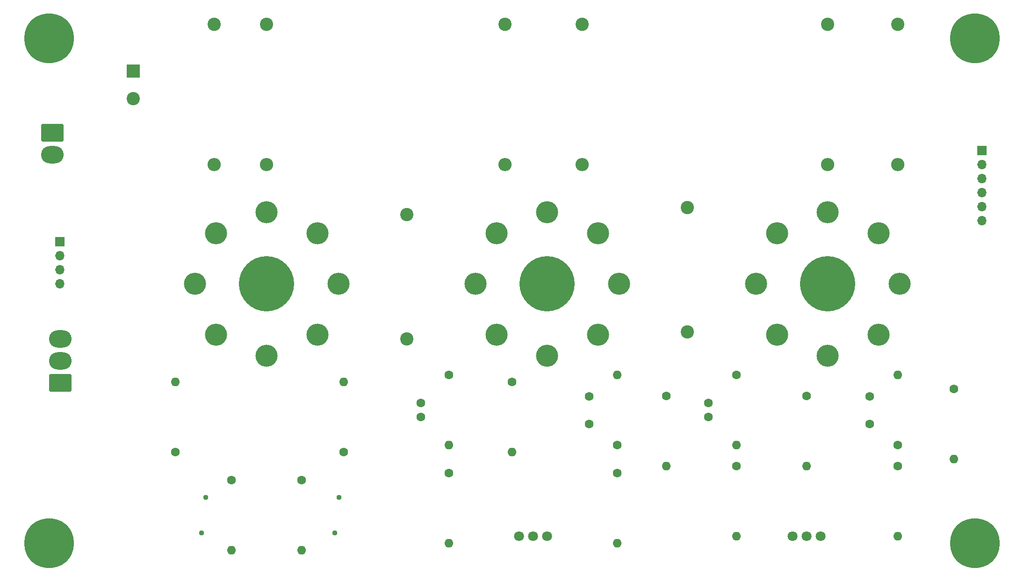
<source format=gbr>
%TF.GenerationSoftware,KiCad,Pcbnew,6.0.9-8da3e8f707~117~ubuntu22.04.1*%
%TF.CreationDate,2022-12-15T07:25:52-05:00*%
%TF.ProjectId,deflection_amp,6465666c-6563-4746-996f-6e5f616d702e,rev?*%
%TF.SameCoordinates,Original*%
%TF.FileFunction,Soldermask,Bot*%
%TF.FilePolarity,Negative*%
%FSLAX46Y46*%
G04 Gerber Fmt 4.6, Leading zero omitted, Abs format (unit mm)*
G04 Created by KiCad (PCBNEW 6.0.9-8da3e8f707~117~ubuntu22.04.1) date 2022-12-15 07:25:52*
%MOMM*%
%LPD*%
G01*
G04 APERTURE LIST*
G04 Aperture macros list*
%AMRoundRect*
0 Rectangle with rounded corners*
0 $1 Rounding radius*
0 $2 $3 $4 $5 $6 $7 $8 $9 X,Y pos of 4 corners*
0 Add a 4 corners polygon primitive as box body*
4,1,4,$2,$3,$4,$5,$6,$7,$8,$9,$2,$3,0*
0 Add four circle primitives for the rounded corners*
1,1,$1+$1,$2,$3*
1,1,$1+$1,$4,$5*
1,1,$1+$1,$6,$7*
1,1,$1+$1,$8,$9*
0 Add four rect primitives between the rounded corners*
20,1,$1+$1,$2,$3,$4,$5,0*
20,1,$1+$1,$4,$5,$6,$7,0*
20,1,$1+$1,$6,$7,$8,$9,0*
20,1,$1+$1,$8,$9,$2,$3,0*%
G04 Aperture macros list end*
%ADD10C,1.800000*%
%ADD11C,1.600000*%
%ADD12O,1.600000X1.600000*%
%ADD13RoundRect,0.250000X-1.800000X1.330000X-1.800000X-1.330000X1.800000X-1.330000X1.800000X1.330000X0*%
%ADD14O,4.100000X3.160000*%
%ADD15O,4.000000X4.000000*%
%ADD16C,10.000000*%
%ADD17C,2.400000*%
%ADD18O,2.400000X2.400000*%
%ADD19R,2.400000X2.400000*%
%ADD20C,0.940000*%
%ADD21C,9.000000*%
%ADD22R,1.700000X1.700000*%
%ADD23O,1.700000X1.700000*%
%ADD24RoundRect,0.250000X1.800000X-1.330000X1.800000X1.330000X-1.800000X1.330000X-1.800000X-1.330000X0*%
G04 APERTURE END LIST*
D10*
%TO.C,RV2*%
X184150000Y-139700000D03*
X186690000Y-139700000D03*
X189230000Y-139700000D03*
%TD*%
D11*
%TO.C,R22*%
X173990000Y-127000000D03*
D12*
X173990000Y-139700000D03*
%TD*%
D11*
%TO.C,R1*%
X102870000Y-124460000D03*
D12*
X102870000Y-111760000D03*
%TD*%
D13*
%TO.C,J1*%
X50060000Y-66600000D03*
D14*
X50060000Y-70560000D03*
%TD*%
D15*
%TO.C,U3*%
X203500000Y-93980000D03*
X199692388Y-84787612D03*
X190500000Y-80980000D03*
X181307612Y-84787612D03*
X177500000Y-93980000D03*
X181307612Y-103172388D03*
X190500000Y-106980000D03*
X199692388Y-103172388D03*
D16*
X190500000Y-93980000D03*
%TD*%
D17*
%TO.C,R6*%
X79375000Y-46990000D03*
D18*
X79375000Y-72390000D03*
%TD*%
D19*
%TO.C,C1*%
X64770000Y-55461041D03*
D17*
X64770000Y-60461041D03*
%TD*%
D20*
%TO.C,C3*%
X102000000Y-132690000D03*
X101200000Y-139090000D03*
%TD*%
D17*
%TO.C,C5*%
X114300000Y-103960000D03*
X114300000Y-81460000D03*
%TD*%
D11*
%TO.C,C8*%
X198120000Y-114340000D03*
X198120000Y-119340000D03*
%TD*%
%TO.C,R4*%
X82550000Y-129540000D03*
D12*
X82550000Y-142240000D03*
%TD*%
D21*
%TO.C,H1*%
X49530000Y-140970000D03*
%TD*%
D17*
%TO.C,R16*%
X190500000Y-46990000D03*
D18*
X190500000Y-72390000D03*
%TD*%
D15*
%TO.C,U2*%
X152700000Y-93980000D03*
X148892388Y-84787612D03*
X139700000Y-80980000D03*
X130507612Y-84787612D03*
X126700000Y-93980000D03*
X130507612Y-103172388D03*
X139700000Y-106980000D03*
X148892388Y-103172388D03*
D16*
X139700000Y-93980000D03*
%TD*%
D11*
%TO.C,R19*%
X121920000Y-110490000D03*
D12*
X121920000Y-123190000D03*
%TD*%
D22*
%TO.C,J2*%
X51435000Y-86360000D03*
D23*
X51435000Y-88900000D03*
X51435000Y-91440000D03*
X51435000Y-93980000D03*
%TD*%
D11*
%TO.C,R2*%
X72390000Y-124460000D03*
D12*
X72390000Y-111760000D03*
%TD*%
D17*
%TO.C,R11*%
X146050000Y-46990000D03*
D18*
X146050000Y-72390000D03*
%TD*%
D22*
%TO.C,J4*%
X218440000Y-69850000D03*
D23*
X218440000Y-72390000D03*
X218440000Y-74930000D03*
X218440000Y-77470000D03*
X218440000Y-80010000D03*
X218440000Y-82550000D03*
%TD*%
D21*
%TO.C,H3*%
X217170000Y-49530000D03*
%TD*%
D11*
%TO.C,C9*%
X116840000Y-115570000D03*
X116840000Y-118070000D03*
%TD*%
%TO.C,R7*%
X152400000Y-123190000D03*
D12*
X152400000Y-110490000D03*
%TD*%
D17*
%TO.C,R12*%
X203200000Y-46990000D03*
D18*
X203200000Y-72390000D03*
%TD*%
D11*
%TO.C,R18*%
X213360000Y-113030000D03*
D12*
X213360000Y-125730000D03*
%TD*%
D20*
%TO.C,C4*%
X77870000Y-132690000D03*
X77070000Y-139090000D03*
%TD*%
D11*
%TO.C,R17*%
X161290000Y-114300000D03*
D12*
X161290000Y-127000000D03*
%TD*%
D11*
%TO.C,R9*%
X203200000Y-123190000D03*
D12*
X203200000Y-110490000D03*
%TD*%
D11*
%TO.C,R3*%
X95250000Y-129540000D03*
D12*
X95250000Y-142240000D03*
%TD*%
D11*
%TO.C,R21*%
X173990000Y-110490000D03*
D12*
X173990000Y-123190000D03*
%TD*%
D24*
%TO.C,J3*%
X51540000Y-111910000D03*
D14*
X51540000Y-107950000D03*
X51540000Y-103990000D03*
%TD*%
D10*
%TO.C,RV1*%
X134620000Y-139700000D03*
X137160000Y-139700000D03*
X139700000Y-139700000D03*
%TD*%
D11*
%TO.C,C7*%
X147320000Y-114340000D03*
X147320000Y-119340000D03*
%TD*%
%TO.C,C10*%
X168910000Y-115570000D03*
X168910000Y-118070000D03*
%TD*%
%TO.C,R20*%
X121920000Y-128270000D03*
D12*
X121920000Y-140970000D03*
%TD*%
D21*
%TO.C,H4*%
X217170000Y-140970000D03*
%TD*%
D15*
%TO.C,U1*%
X101900000Y-93980000D03*
X98092388Y-84787612D03*
X88900000Y-80980000D03*
X79707612Y-84787612D03*
X75900000Y-93980000D03*
X79707612Y-103172388D03*
X88900000Y-106980000D03*
X98092388Y-103172388D03*
D16*
X88900000Y-93980000D03*
%TD*%
D11*
%TO.C,R10*%
X203200000Y-127000000D03*
D12*
X203200000Y-139700000D03*
%TD*%
D11*
%TO.C,R8*%
X152400000Y-128270000D03*
D12*
X152400000Y-140970000D03*
%TD*%
D11*
%TO.C,R13*%
X133350000Y-111760000D03*
D12*
X133350000Y-124460000D03*
%TD*%
D17*
%TO.C,C6*%
X165100000Y-102690000D03*
X165100000Y-80190000D03*
%TD*%
D21*
%TO.C,H2*%
X49530000Y-49530000D03*
%TD*%
D11*
%TO.C,R14*%
X186690000Y-114300000D03*
D12*
X186690000Y-127000000D03*
%TD*%
D17*
%TO.C,R15*%
X132080000Y-46990000D03*
D18*
X132080000Y-72390000D03*
%TD*%
D17*
%TO.C,R5*%
X88900000Y-46990000D03*
D18*
X88900000Y-72390000D03*
%TD*%
M02*

</source>
